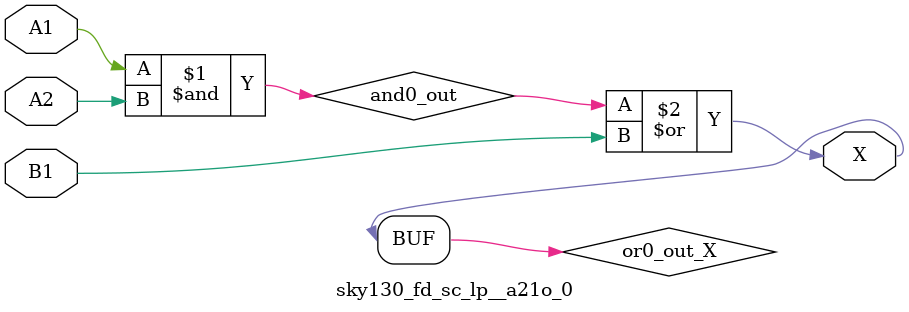
<source format=v>
/*
 * Copyright 2020 The SkyWater PDK Authors
 *
 * Licensed under the Apache License, Version 2.0 (the "License");
 * you may not use this file except in compliance with the License.
 * You may obtain a copy of the License at
 *
 *     https://www.apache.org/licenses/LICENSE-2.0
 *
 * Unless required by applicable law or agreed to in writing, software
 * distributed under the License is distributed on an "AS IS" BASIS,
 * WITHOUT WARRANTIES OR CONDITIONS OF ANY KIND, either express or implied.
 * See the License for the specific language governing permissions and
 * limitations under the License.
 *
 * SPDX-License-Identifier: Apache-2.0
*/


`ifndef SKY130_FD_SC_LP__A21O_0_FUNCTIONAL_V
`define SKY130_FD_SC_LP__A21O_0_FUNCTIONAL_V

/**
 * a21o: 2-input AND into first input of 2-input OR.
 *
 *       X = ((A1 & A2) | B1)
 *
 * Verilog simulation functional model.
 */

`timescale 1ns / 1ps
`default_nettype none

`celldefine
module sky130_fd_sc_lp__a21o_0 (
    X ,
    A1,
    A2,
    B1
);

    // Module ports
    output X ;
    input  A1;
    input  A2;
    input  B1;

    // Local signals
    wire and0_out ;
    wire or0_out_X;

    //  Name  Output     Other arguments
    and and0 (and0_out , A1, A2         );
    or  or0  (or0_out_X, and0_out, B1   );
    buf buf0 (X        , or0_out_X      );

endmodule
`endcelldefine

`default_nettype wire
`endif  // SKY130_FD_SC_LP__A21O_0_FUNCTIONAL_V

</source>
